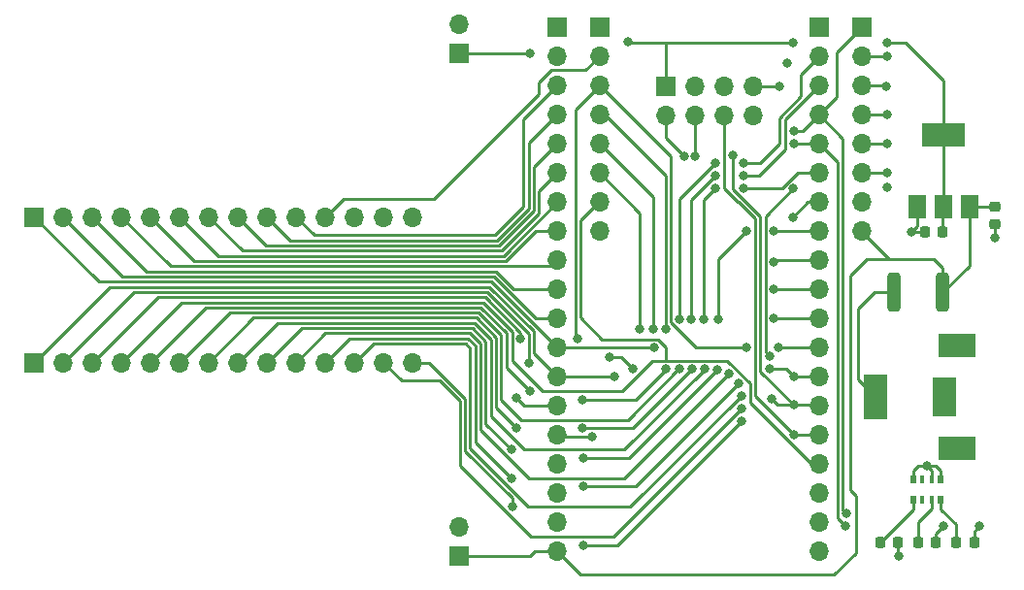
<source format=gbr>
%TF.GenerationSoftware,KiCad,Pcbnew,7.0.9-7.0.9~ubuntu22.04.1*%
%TF.CreationDate,2024-01-04T20:48:59-06:00*%
%TF.ProjectId,ESP Breadboard Expander,45535020-4272-4656-9164-626f61726420,v2.0*%
%TF.SameCoordinates,Original*%
%TF.FileFunction,Copper,L1,Top*%
%TF.FilePolarity,Positive*%
%FSLAX46Y46*%
G04 Gerber Fmt 4.6, Leading zero omitted, Abs format (unit mm)*
G04 Created by KiCad (PCBNEW 7.0.9-7.0.9~ubuntu22.04.1) date 2024-01-04 20:48:59*
%MOMM*%
%LPD*%
G01*
G04 APERTURE LIST*
G04 Aperture macros list*
%AMRoundRect*
0 Rectangle with rounded corners*
0 $1 Rounding radius*
0 $2 $3 $4 $5 $6 $7 $8 $9 X,Y pos of 4 corners*
0 Add a 4 corners polygon primitive as box body*
4,1,4,$2,$3,$4,$5,$6,$7,$8,$9,$2,$3,0*
0 Add four circle primitives for the rounded corners*
1,1,$1+$1,$2,$3*
1,1,$1+$1,$4,$5*
1,1,$1+$1,$6,$7*
1,1,$1+$1,$8,$9*
0 Add four rect primitives between the rounded corners*
20,1,$1+$1,$2,$3,$4,$5,0*
20,1,$1+$1,$4,$5,$6,$7,0*
20,1,$1+$1,$6,$7,$8,$9,0*
20,1,$1+$1,$8,$9,$2,$3,0*%
G04 Aperture macros list end*
%TA.AperFunction,SMDPad,CuDef*%
%ADD10RoundRect,0.218750X0.218750X0.256250X-0.218750X0.256250X-0.218750X-0.256250X0.218750X-0.256250X0*%
%TD*%
%TA.AperFunction,ComponentPad*%
%ADD11R,1.700000X1.700000*%
%TD*%
%TA.AperFunction,ComponentPad*%
%ADD12O,1.700000X1.700000*%
%TD*%
%TA.AperFunction,SMDPad,CuDef*%
%ADD13RoundRect,0.225000X-0.250000X0.225000X-0.250000X-0.225000X0.250000X-0.225000X0.250000X0.225000X0*%
%TD*%
%TA.AperFunction,ComponentPad*%
%ADD14R,3.300000X2.000000*%
%TD*%
%TA.AperFunction,ComponentPad*%
%ADD15R,2.000000X4.000000*%
%TD*%
%TA.AperFunction,ComponentPad*%
%ADD16R,2.000000X3.400000*%
%TD*%
%TA.AperFunction,SMDPad,CuDef*%
%ADD17RoundRect,0.250000X-0.312500X-1.450000X0.312500X-1.450000X0.312500X1.450000X-0.312500X1.450000X0*%
%TD*%
%TA.AperFunction,SMDPad,CuDef*%
%ADD18R,0.500000X0.800000*%
%TD*%
%TA.AperFunction,SMDPad,CuDef*%
%ADD19R,0.400000X0.800000*%
%TD*%
%TA.AperFunction,SMDPad,CuDef*%
%ADD20R,1.500000X2.000000*%
%TD*%
%TA.AperFunction,SMDPad,CuDef*%
%ADD21R,3.800000X2.000000*%
%TD*%
%TA.AperFunction,SMDPad,CuDef*%
%ADD22RoundRect,0.225000X0.225000X0.250000X-0.225000X0.250000X-0.225000X-0.250000X0.225000X-0.250000X0*%
%TD*%
%TA.AperFunction,ViaPad*%
%ADD23C,0.800000*%
%TD*%
%TA.AperFunction,Conductor*%
%ADD24C,0.250000*%
%TD*%
G04 APERTURE END LIST*
D10*
%TO.P,D2,1,K*%
%TO.N,/RX*%
X120975000Y-90600000D03*
%TO.P,D2,2,A*%
%TO.N,Net-(D2-A)*%
X119400000Y-90600000D03*
%TD*%
D11*
%TO.P,J7,1,Pin_1*%
%TO.N,/IO14*%
X42310000Y-62220000D03*
D12*
%TO.P,J7,2,Pin_2*%
%TO.N,/IO27*%
X44850000Y-62220000D03*
%TO.P,J7,3,Pin_3*%
%TO.N,/IO26*%
X47390000Y-62220000D03*
%TO.P,J7,4,Pin_4*%
%TO.N,/IO25*%
X49930000Y-62220000D03*
%TO.P,J7,5,Pin_5*%
%TO.N,/IO33*%
X52470000Y-62220000D03*
%TO.P,J7,6,Pin_6*%
%TO.N,/IO32*%
X55010000Y-62220000D03*
%TO.P,J7,7,Pin_7*%
%TO.N,/IO35*%
X57550000Y-62220000D03*
%TO.P,J7,8,Pin_8*%
%TO.N,/IO34*%
X60090000Y-62220000D03*
%TO.P,J7,9,Pin_9*%
%TO.N,/IO39*%
X62630000Y-62220000D03*
%TO.P,J7,10,Pin_10*%
%TO.N,/IO36*%
X65170000Y-62220000D03*
%TO.P,J7,11,Pin_11*%
%TO.N,/ADC0*%
X67710000Y-62220000D03*
%TO.P,J7,12,Pin_12*%
%TO.N,unconnected-(J7-Pin_12-Pad12)*%
X70250000Y-62220000D03*
%TO.P,J7,13,Pin_13*%
%TO.N,unconnected-(J7-Pin_13-Pad13)*%
X72790000Y-62220000D03*
%TO.P,J7,14,Pin_14*%
%TO.N,unconnected-(J7-Pin_14-Pad14)*%
X75330000Y-62220000D03*
%TD*%
D13*
%TO.P,C1,1*%
%TO.N,+5V*%
X126100000Y-61300000D03*
%TO.P,C1,2*%
%TO.N,GND*%
X126100000Y-62850000D03*
%TD*%
D14*
%TO.P,J10,*%
%TO.N,*%
X122772500Y-82400000D03*
X122772500Y-73400000D03*
D15*
%TO.P,J10,1,1*%
%TO.N,Net-(F1-Pad1)*%
X115722500Y-77900000D03*
D16*
%TO.P,J10,2,2*%
%TO.N,GND*%
X121722500Y-77900000D03*
%TD*%
D10*
%TO.P,D1,1,K*%
%TO.N,GND*%
X117687500Y-90600000D03*
%TO.P,D1,2,A*%
%TO.N,Net-(D1-A)*%
X116112500Y-90600000D03*
%TD*%
%TO.P,D3,1,K*%
%TO.N,/TX*%
X124300000Y-90600000D03*
%TO.P,D3,2,A*%
%TO.N,Net-(D3-A)*%
X122725000Y-90600000D03*
%TD*%
D11*
%TO.P,J3,1,Pin_1*%
%TO.N,/TX*%
X114475000Y-45650000D03*
D12*
%TO.P,J3,2,Pin_2*%
%TO.N,/RX*%
X114475000Y-48190000D03*
%TO.P,J3,3,Pin_3*%
%TO.N,/IO5*%
X114475000Y-50730000D03*
%TO.P,J3,4,Pin_4*%
%TO.N,/IO4*%
X114475000Y-53270000D03*
%TO.P,J3,5,Pin_5*%
%TO.N,/IO0*%
X114475000Y-55810000D03*
%TO.P,J3,6,Pin_6*%
%TO.N,/IO2*%
X114475000Y-58350000D03*
%TO.P,J3,7,Pin_7*%
%TO.N,GND*%
X114475000Y-60890000D03*
%TO.P,J3,8,Pin_8*%
%TO.N,+5V*%
X114475000Y-63430000D03*
%TD*%
D11*
%TO.P,J8,1,Pin_1*%
%TO.N,+5V*%
X79370000Y-91760000D03*
D12*
%TO.P,J8,2,Pin_2*%
%TO.N,GND*%
X79370000Y-89220000D03*
%TD*%
D11*
%TO.P,J1,1,Pin_1*%
%TO.N,+3.3V*%
X97425000Y-50770000D03*
D12*
%TO.P,J1,2,Pin_2*%
%TO.N,/RX*%
X97425000Y-53310000D03*
%TO.P,J1,3,Pin_3*%
%TO.N,unconnected-(J1-Pin_3-Pad3)*%
X99965000Y-50770000D03*
%TO.P,J1,4,Pin_4*%
%TO.N,/IO0*%
X99965000Y-53310000D03*
%TO.P,J1,5,Pin_5*%
%TO.N,unconnected-(J1-Pin_5-Pad5)*%
X102505000Y-50770000D03*
%TO.P,J1,6,Pin_6*%
%TO.N,/IO2*%
X102505000Y-53310000D03*
%TO.P,J1,7,Pin_7*%
%TO.N,/TX*%
X105045000Y-50770000D03*
%TO.P,J1,8,Pin_8*%
%TO.N,GND*%
X105045000Y-53310000D03*
%TD*%
D11*
%TO.P,J4,1,Pin_1*%
%TO.N,unconnected-(J4-Pin_1-Pad1)*%
X87935000Y-45650000D03*
D12*
%TO.P,J4,2,Pin_2*%
%TO.N,unconnected-(J4-Pin_2-Pad2)*%
X87935000Y-48190000D03*
%TO.P,J4,3,Pin_3*%
%TO.N,/IO36*%
X87935000Y-50730000D03*
%TO.P,J4,4,Pin_4*%
%TO.N,/IO39*%
X87935000Y-53270000D03*
%TO.P,J4,5,Pin_5*%
%TO.N,/IO34*%
X87935000Y-55810000D03*
%TO.P,J4,6,Pin_6*%
%TO.N,/IO35*%
X87935000Y-58350000D03*
%TO.P,J4,7,Pin_7*%
%TO.N,/IO32*%
X87935000Y-60890000D03*
%TO.P,J4,8,Pin_8*%
%TO.N,/IO33*%
X87935000Y-63430000D03*
%TO.P,J4,9,Pin_9*%
%TO.N,/IO25*%
X87935000Y-65970000D03*
%TO.P,J4,10,Pin_10*%
%TO.N,/IO26*%
X87935000Y-68510000D03*
%TO.P,J4,11,Pin_11*%
%TO.N,/IO27*%
X87935000Y-71050000D03*
%TO.P,J4,12,Pin_12*%
%TO.N,/IO14*%
X87935000Y-73590000D03*
%TO.P,J4,13,Pin_13*%
%TO.N,/IO12*%
X87935000Y-76130000D03*
%TO.P,J4,14,Pin_14*%
%TO.N,GND*%
X87935000Y-78670000D03*
%TO.P,J4,15,Pin_15*%
%TO.N,/IO13*%
X87935000Y-81210000D03*
%TO.P,J4,16,Pin_16*%
%TO.N,unconnected-(J4-Pin_16-Pad16)*%
X87935000Y-83750000D03*
%TO.P,J4,17,Pin_17*%
%TO.N,unconnected-(J4-Pin_17-Pad17)*%
X87935000Y-86290000D03*
%TO.P,J4,18,Pin_18*%
%TO.N,unconnected-(J4-Pin_18-Pad18)*%
X87935000Y-88830000D03*
%TO.P,J4,19,Pin_19*%
%TO.N,+5V*%
X87935000Y-91370000D03*
%TD*%
D17*
%TO.P,F1,1*%
%TO.N,Net-(F1-Pad1)*%
X117300000Y-68800000D03*
%TO.P,F1,2*%
%TO.N,+5V*%
X121575000Y-68800000D03*
%TD*%
D11*
%TO.P,J5,1,Pin_1*%
%TO.N,GND*%
X110775000Y-45650000D03*
D12*
%TO.P,J5,2,Pin_2*%
%TO.N,/IO23*%
X110775000Y-48190000D03*
%TO.P,J5,3,Pin_3*%
%TO.N,/IO22*%
X110775000Y-50730000D03*
%TO.P,J5,4,Pin_4*%
%TO.N,/TX*%
X110775000Y-53270000D03*
%TO.P,J5,5,Pin_5*%
%TO.N,/RX*%
X110775000Y-55810000D03*
%TO.P,J5,6,Pin_6*%
%TO.N,/IO21*%
X110775000Y-58350000D03*
%TO.P,J5,7,Pin_7*%
%TO.N,GND*%
X110775000Y-60890000D03*
%TO.P,J5,8,Pin_8*%
%TO.N,/IO19*%
X110775000Y-63430000D03*
%TO.P,J5,9,Pin_9*%
%TO.N,/IO18*%
X110775000Y-65970000D03*
%TO.P,J5,10,Pin_10*%
%TO.N,/IO5*%
X110775000Y-68510000D03*
%TO.P,J5,11,Pin_11*%
%TO.N,/IO17*%
X110775000Y-71050000D03*
%TO.P,J5,12,Pin_12*%
%TO.N,/IO16*%
X110775000Y-73590000D03*
%TO.P,J5,13,Pin_13*%
%TO.N,/IO4*%
X110775000Y-76130000D03*
%TO.P,J5,14,Pin_14*%
%TO.N,/IO0*%
X110775000Y-78670000D03*
%TO.P,J5,15,Pin_15*%
%TO.N,/IO2*%
X110775000Y-81210000D03*
%TO.P,J5,16,Pin_16*%
%TO.N,/IO15*%
X110775000Y-83750000D03*
%TO.P,J5,17,Pin_17*%
%TO.N,unconnected-(J5-Pin_17-Pad17)*%
X110775000Y-86290000D03*
%TO.P,J5,18,Pin_18*%
%TO.N,unconnected-(J5-Pin_18-Pad18)*%
X110775000Y-88830000D03*
%TO.P,J5,19,Pin_19*%
%TO.N,unconnected-(J5-Pin_19-Pad19)*%
X110775000Y-91370000D03*
%TD*%
D18*
%TO.P,RN1,1,R1.1*%
%TO.N,Net-(D1-A)*%
X119000000Y-86900000D03*
D19*
%TO.P,RN1,2,R2.1*%
%TO.N,unconnected-(RN1-R2.1-Pad2)*%
X119800000Y-86900000D03*
%TO.P,RN1,3,R3.1*%
%TO.N,Net-(D2-A)*%
X120600000Y-86900000D03*
D18*
%TO.P,RN1,4,R4.1*%
%TO.N,Net-(D3-A)*%
X121400000Y-86900000D03*
%TO.P,RN1,5,R4.2*%
%TO.N,+3.3V*%
X121400000Y-85100000D03*
D19*
%TO.P,RN1,6,R3.2*%
X120600000Y-85100000D03*
%TO.P,RN1,7,R2.2*%
%TO.N,unconnected-(RN1-R2.2-Pad7)*%
X119800000Y-85100000D03*
D18*
%TO.P,RN1,8,R1.2*%
%TO.N,+3.3V*%
X119000000Y-85100000D03*
%TD*%
D11*
%TO.P,J2,1,Pin_1*%
%TO.N,unconnected-(J2-Pin_1-Pad1)*%
X91635000Y-45650000D03*
D12*
%TO.P,J2,2,Pin_2*%
%TO.N,/ADC0*%
X91635000Y-48190000D03*
%TO.P,J2,3,Pin_3*%
%TO.N,/IO16*%
X91635000Y-50730000D03*
%TO.P,J2,4,Pin_4*%
%TO.N,/IO14*%
X91635000Y-53270000D03*
%TO.P,J2,5,Pin_5*%
%TO.N,/IO12*%
X91635000Y-55810000D03*
%TO.P,J2,6,Pin_6*%
%TO.N,/IO13*%
X91635000Y-58350000D03*
%TO.P,J2,7,Pin_7*%
%TO.N,/IO15*%
X91635000Y-60890000D03*
%TO.P,J2,8,Pin_8*%
%TO.N,unconnected-(J2-Pin_8-Pad8)*%
X91635000Y-63430000D03*
%TD*%
D11*
%TO.P,J6,1,Pin_1*%
%TO.N,/IO12*%
X42310000Y-74900000D03*
D12*
%TO.P,J6,2,Pin_2*%
%TO.N,/IO13*%
X44850000Y-74900000D03*
%TO.P,J6,3,Pin_3*%
%TO.N,/IO16*%
X47390000Y-74900000D03*
%TO.P,J6,4,Pin_4*%
%TO.N,/IO15*%
X49930000Y-74900000D03*
%TO.P,J6,5,Pin_5*%
%TO.N,/IO23*%
X52470000Y-74900000D03*
%TO.P,J6,6,Pin_6*%
%TO.N,/IO22*%
X55010000Y-74900000D03*
%TO.P,J6,7,Pin_7*%
%TO.N,/IO21*%
X57550000Y-74900000D03*
%TO.P,J6,8,Pin_8*%
%TO.N,/IO19*%
X60090000Y-74900000D03*
%TO.P,J6,9,Pin_9*%
%TO.N,/IO18*%
X62630000Y-74900000D03*
%TO.P,J6,10,Pin_10*%
%TO.N,/IO5*%
X65170000Y-74900000D03*
%TO.P,J6,11,Pin_11*%
%TO.N,/IO17*%
X67710000Y-74900000D03*
%TO.P,J6,12,Pin_12*%
%TO.N,/IO4*%
X70250000Y-74900000D03*
%TO.P,J6,13,Pin_13*%
%TO.N,/IO2*%
X72790000Y-74900000D03*
%TO.P,J6,14,Pin_14*%
%TO.N,/IO0*%
X75330000Y-74900000D03*
%TD*%
D20*
%TO.P,U1,1,GND*%
%TO.N,GND*%
X119300000Y-61350000D03*
%TO.P,U1,2,VO*%
%TO.N,+3.3V*%
X121600000Y-61350000D03*
D21*
X121600000Y-55050000D03*
D20*
%TO.P,U1,3,VI*%
%TO.N,+5V*%
X123900000Y-61350000D03*
%TD*%
D22*
%TO.P,C2,1*%
%TO.N,+3.3V*%
X121550000Y-63500000D03*
%TO.P,C2,2*%
%TO.N,GND*%
X120000000Y-63500000D03*
%TD*%
D11*
%TO.P,J9,1,Pin_1*%
%TO.N,+3.3V*%
X79370000Y-47900000D03*
D12*
%TO.P,J9,2,Pin_2*%
%TO.N,GND*%
X79370000Y-45360000D03*
%TD*%
D23*
%TO.N,GND*%
X108000000Y-48800000D03*
X108500000Y-62200000D03*
X126100000Y-64000000D03*
X116700000Y-59600000D03*
X84350000Y-77970000D03*
X117700000Y-91800000D03*
X118800000Y-63500000D03*
%TO.N,+3.3V*%
X94512299Y-75412299D03*
X85600000Y-47900000D03*
X94100000Y-46900000D03*
X116700000Y-47000000D03*
X120200000Y-83900000D03*
X92500000Y-74400000D03*
X108500000Y-47000000D03*
%TO.N,/TX*%
X107300000Y-50770000D03*
X124800000Y-89200000D03*
X108550000Y-54700000D03*
X113124500Y-88100000D03*
%TO.N,/RX*%
X98987796Y-56900000D03*
X116700000Y-48200000D03*
X113100000Y-89200000D03*
X121600000Y-89200000D03*
X108550000Y-55800000D03*
%TO.N,/IO0*%
X99987299Y-56900000D03*
X90200000Y-90824500D03*
X108550000Y-78600000D03*
X104000000Y-80000000D03*
X83999647Y-87450353D03*
X116750000Y-55800000D03*
X103229000Y-56800000D03*
X106625500Y-78100000D03*
%TO.N,/IO2*%
X108537299Y-59737299D03*
X104000000Y-78900000D03*
X106498280Y-74324500D03*
X116700000Y-58375353D03*
X108550000Y-81200000D03*
%TO.N,/IO16*%
X89750000Y-72800000D03*
X107199503Y-73589503D03*
X84725500Y-72798695D03*
X104475500Y-73600000D03*
%TO.N,/IO14*%
X97400000Y-72000000D03*
X96400000Y-73590000D03*
%TO.N,/IO12*%
X92912299Y-76112299D03*
X96300000Y-72000000D03*
%TO.N,/IO13*%
X95150000Y-72000000D03*
X85450000Y-74900000D03*
X90976289Y-81349500D03*
%TO.N,/IO5*%
X102912701Y-75887299D03*
X106824500Y-68500000D03*
X116650000Y-50800000D03*
%TO.N,/IO4*%
X116750000Y-53300000D03*
X104000000Y-77800000D03*
X108550000Y-76100000D03*
X106450938Y-75476339D03*
%TO.N,/IO23*%
X98574952Y-71125048D03*
X97400000Y-75455305D03*
X101700000Y-57524500D03*
X104200000Y-57500000D03*
X90150000Y-78124500D03*
X85550000Y-77400000D03*
%TO.N,/IO22*%
X99600000Y-71100000D03*
X98600000Y-75455305D03*
X104200000Y-58600000D03*
X101700000Y-58600000D03*
%TO.N,/IO21*%
X99700000Y-75455305D03*
X100700000Y-71100000D03*
X84350000Y-80600000D03*
X90150000Y-80624500D03*
X104200000Y-59700000D03*
X101700000Y-59700000D03*
%TO.N,/IO19*%
X100800000Y-75455305D03*
X104475500Y-63400000D03*
X102000000Y-71100000D03*
X106824500Y-63400000D03*
%TO.N,/IO18*%
X106824500Y-66100000D03*
X83971558Y-82478442D03*
X101900000Y-75500000D03*
X90200000Y-83224500D03*
%TO.N,/IO17*%
X83950000Y-85000000D03*
X106824500Y-71050000D03*
X103762701Y-76737299D03*
X90200000Y-85724500D03*
%TD*%
D24*
%TO.N,+5V*%
X112100000Y-93400000D02*
X114000000Y-91500000D01*
X114000000Y-91500000D02*
X114000000Y-86500000D01*
X126050000Y-61350000D02*
X126100000Y-61300000D01*
X121575000Y-68800000D02*
X123900000Y-66475000D01*
X114000000Y-86500000D02*
X113500000Y-86000000D01*
X113500000Y-86000000D02*
X113500000Y-67300000D01*
X116900000Y-65900000D02*
X120800000Y-65900000D01*
X87935000Y-91370000D02*
X85990000Y-91370000D01*
X87935000Y-91370000D02*
X89965000Y-93400000D01*
X120800000Y-65900000D02*
X121575000Y-66675000D01*
X85990000Y-91370000D02*
X85540000Y-91820000D01*
X114900000Y-65900000D02*
X116900000Y-65900000D01*
X89965000Y-93400000D02*
X112100000Y-93400000D01*
X123900000Y-61350000D02*
X126050000Y-61350000D01*
X85540000Y-91820000D02*
X79430000Y-91820000D01*
X121575000Y-66675000D02*
X121575000Y-68800000D01*
X113500000Y-67300000D02*
X114900000Y-65900000D01*
X114475000Y-63475000D02*
X116900000Y-65900000D01*
X123900000Y-66475000D02*
X123900000Y-64900000D01*
X79430000Y-91820000D02*
X79370000Y-91760000D01*
X123900000Y-64900000D02*
X123900000Y-61350000D01*
X114475000Y-63430000D02*
X114475000Y-63475000D01*
%TO.N,GND*%
X126100000Y-62850000D02*
X126100000Y-64000000D01*
X84350000Y-77970000D02*
X85050000Y-78670000D01*
X119300000Y-63000000D02*
X118800000Y-63500000D01*
X108500000Y-62200000D02*
X109810000Y-60890000D01*
X118800000Y-63500000D02*
X120000000Y-63500000D01*
X117687500Y-91787500D02*
X117700000Y-91800000D01*
X85050000Y-78670000D02*
X87935000Y-78670000D01*
X117687500Y-90600000D02*
X117687500Y-91787500D01*
X109810000Y-60890000D02*
X110775000Y-60890000D01*
X119300000Y-61350000D02*
X119300000Y-63000000D01*
%TO.N,+3.3V*%
X119400000Y-83900000D02*
X119000000Y-84300000D01*
X97425000Y-49090000D02*
X97425000Y-47000000D01*
X121600000Y-55050000D02*
X121600000Y-50300000D01*
X93500000Y-74400000D02*
X94512299Y-75412299D01*
X118300000Y-47000000D02*
X116700000Y-47000000D01*
X92500000Y-74400000D02*
X93500000Y-74400000D01*
X121600000Y-50300000D02*
X118300000Y-47000000D01*
X121600000Y-61350000D02*
X121600000Y-55050000D01*
X120950000Y-83900000D02*
X121400000Y-84350000D01*
X120200000Y-83900000D02*
X119400000Y-83900000D01*
X119000000Y-84300000D02*
X119000000Y-85100000D01*
X108500000Y-47000000D02*
X97425000Y-47000000D01*
X94200000Y-47000000D02*
X97425000Y-47000000D01*
X121550000Y-61400000D02*
X121600000Y-61350000D01*
X120200000Y-83900000D02*
X120600000Y-84300000D01*
X85600000Y-47900000D02*
X79370000Y-47900000D01*
X97425000Y-47600000D02*
X97425000Y-49090000D01*
X121550000Y-63500000D02*
X121550000Y-61400000D01*
X94100000Y-46900000D02*
X94200000Y-47000000D01*
X120600000Y-84300000D02*
X120600000Y-85100000D01*
X97425000Y-47600000D02*
X97425000Y-47575000D01*
X97425000Y-49090000D02*
X97425000Y-50770000D01*
X120200000Y-83900000D02*
X120950000Y-83900000D01*
X121400000Y-84350000D02*
X121400000Y-85100000D01*
%TO.N,Net-(D1-A)*%
X119000000Y-86900000D02*
X119000000Y-87712500D01*
X119000000Y-87712500D02*
X116112500Y-90600000D01*
%TO.N,Net-(D2-A)*%
X120600000Y-87650000D02*
X119400000Y-88850000D01*
X120600000Y-86900000D02*
X120600000Y-87650000D01*
X119400000Y-88850000D02*
X119400000Y-90600000D01*
%TO.N,/TX*%
X124300000Y-89700000D02*
X124800000Y-89200000D01*
X109345000Y-54700000D02*
X110775000Y-53270000D01*
X114475000Y-45650000D02*
X112300000Y-47825000D01*
X113124500Y-88100000D02*
X112850000Y-87825500D01*
X112300000Y-51745000D02*
X110775000Y-53270000D01*
X124300000Y-90600000D02*
X124300000Y-89700000D01*
X107300000Y-50770000D02*
X105045000Y-50770000D01*
X108550000Y-54700000D02*
X109345000Y-54700000D01*
X112300000Y-47825000D02*
X112300000Y-51745000D01*
X112850000Y-87825500D02*
X112850000Y-55345000D01*
X112850000Y-55345000D02*
X110775000Y-53270000D01*
%TO.N,Net-(D3-A)*%
X121400000Y-87700000D02*
X122725000Y-89025000D01*
X121400000Y-86900000D02*
X121400000Y-87700000D01*
X122725000Y-89025000D02*
X122725000Y-90600000D01*
%TO.N,/RX*%
X98987796Y-56900000D02*
X97425000Y-55337204D01*
X120975000Y-89825000D02*
X121600000Y-89200000D01*
X120975000Y-90600000D02*
X120975000Y-89825000D01*
X116690000Y-48190000D02*
X116700000Y-48200000D01*
X108550000Y-55800000D02*
X108560000Y-55810000D01*
X108560000Y-55810000D02*
X110775000Y-55810000D01*
X112400000Y-88500000D02*
X112400000Y-57435000D01*
X97425000Y-55337204D02*
X97425000Y-53310000D01*
X114475000Y-48190000D02*
X116690000Y-48190000D01*
X113100000Y-89200000D02*
X112400000Y-88500000D01*
X112400000Y-57435000D02*
X110775000Y-55810000D01*
%TO.N,Net-(F1-Pad1)*%
X117300000Y-68800000D02*
X115600000Y-68800000D01*
X114200000Y-70200000D02*
X114200000Y-76377500D01*
X114200000Y-76377500D02*
X115722500Y-77900000D01*
X115722500Y-76700000D02*
X115700000Y-76700000D01*
X115600000Y-68800000D02*
X114200000Y-70200000D01*
%TO.N,/IO0*%
X99987299Y-56900000D02*
X99965000Y-56877701D01*
X110805000Y-78700000D02*
X110775000Y-78670000D01*
X106625500Y-78100000D02*
X107125500Y-78600000D01*
X79900000Y-82611701D02*
X79900000Y-78050000D01*
X105650000Y-75700000D02*
X108550000Y-78600000D01*
X103229000Y-59754305D02*
X103899695Y-60425000D01*
X99965000Y-56877701D02*
X99965000Y-53310000D01*
X110705000Y-78600000D02*
X110775000Y-78670000D01*
X93175500Y-90824500D02*
X90200000Y-90824500D01*
X116740000Y-55810000D02*
X116750000Y-55800000D01*
X76750000Y-74900000D02*
X75330000Y-74900000D01*
X104000000Y-80000000D02*
X93175500Y-90824500D01*
X83999647Y-87450353D02*
X83999647Y-86711348D01*
X83999647Y-86711348D02*
X79900000Y-82611701D01*
X107125500Y-78600000D02*
X108550000Y-78600000D01*
X103229000Y-56800000D02*
X103229000Y-59754305D01*
X79900000Y-78050000D02*
X76750000Y-74900000D01*
X103899695Y-60425000D02*
X103925000Y-60425000D01*
X114475000Y-55810000D02*
X116740000Y-55810000D01*
X105650000Y-62150000D02*
X105650000Y-75700000D01*
X108550000Y-78600000D02*
X110705000Y-78600000D01*
X103925000Y-60425000D02*
X105650000Y-62150000D01*
%TO.N,/IO2*%
X102504500Y-59666201D02*
X103713299Y-60875000D01*
X79450000Y-78236396D02*
X77713604Y-76500000D01*
X102505000Y-53310000D02*
X102504500Y-53310500D01*
X106100000Y-73926220D02*
X106498280Y-74324500D01*
X102504500Y-53310500D02*
X102504500Y-59666201D01*
X106100000Y-62174598D02*
X106100000Y-73926220D01*
X104000000Y-78900000D02*
X92800000Y-90100000D01*
X108550000Y-81200000D02*
X110765000Y-81200000D01*
X79450000Y-83925305D02*
X79450000Y-78236396D01*
X108537299Y-59737299D02*
X106100000Y-62174598D01*
X110765000Y-81200000D02*
X110775000Y-81210000D01*
X103713299Y-60875000D02*
X103738604Y-60875000D01*
X105200000Y-77849902D02*
X108550000Y-81199902D01*
X77713604Y-76500000D02*
X74390000Y-76500000D01*
X114475000Y-58350000D02*
X116674647Y-58350000D01*
X108550000Y-81199902D02*
X108550000Y-81200000D01*
X103738604Y-60875000D02*
X105200000Y-62336396D01*
X116674647Y-58350000D02*
X116700000Y-58375353D01*
X74390000Y-76500000D02*
X72790000Y-74900000D01*
X105200000Y-62336396D02*
X105200000Y-77849902D01*
X92800000Y-90100000D02*
X85624695Y-90100000D01*
X85624695Y-90100000D02*
X79450000Y-83925305D01*
%TO.N,/ADC0*%
X86300000Y-51500000D02*
X77200000Y-60600000D01*
X77200000Y-60600000D02*
X69330000Y-60600000D01*
X91635000Y-48190000D02*
X90425000Y-49400000D01*
X86300000Y-50500000D02*
X86300000Y-51500000D01*
X69330000Y-60600000D02*
X67710000Y-62220000D01*
X87400000Y-49400000D02*
X86300000Y-50500000D01*
X90425000Y-49400000D02*
X87400000Y-49400000D01*
%TO.N,/IO16*%
X107200000Y-73590000D02*
X110775000Y-73590000D01*
X84725500Y-72284688D02*
X81640812Y-69200000D01*
X81640812Y-69200000D02*
X53090000Y-69200000D01*
X89500000Y-52865000D02*
X89500000Y-72550000D01*
X104475500Y-73600000D02*
X100025305Y-73600000D01*
X91635000Y-50730000D02*
X89500000Y-52865000D01*
X97850000Y-71424695D02*
X97850000Y-56945000D01*
X107199503Y-73589503D02*
X107200000Y-73590000D01*
X53090000Y-69200000D02*
X47390000Y-74900000D01*
X97850000Y-56945000D02*
X91635000Y-50730000D01*
X89500000Y-72550000D02*
X89750000Y-72800000D01*
X84725500Y-72798695D02*
X84725500Y-72284688D01*
X100025305Y-73600000D02*
X97850000Y-71424695D01*
%TO.N,/IO14*%
X47940000Y-67850000D02*
X42310000Y-62220000D01*
X92070000Y-53270000D02*
X91635000Y-53270000D01*
X82200000Y-67850000D02*
X47940000Y-67850000D01*
X97400000Y-58600000D02*
X92070000Y-53270000D01*
X87935000Y-73585000D02*
X82200000Y-67850000D01*
X96400000Y-73590000D02*
X87935000Y-73590000D01*
X87935000Y-73590000D02*
X87935000Y-73585000D01*
X97400000Y-72000000D02*
X97400000Y-58600000D01*
%TO.N,/IO12*%
X87935000Y-76130000D02*
X85900000Y-74095000D01*
X85900000Y-72186396D02*
X82013604Y-68300000D01*
X92912299Y-76112299D02*
X92894598Y-76130000D01*
X92894598Y-76130000D02*
X87935000Y-76130000D01*
X82013604Y-68300000D02*
X48910000Y-68300000D01*
X96300000Y-72000000D02*
X96300000Y-60475000D01*
X85900000Y-74095000D02*
X85900000Y-72186396D01*
X96300000Y-60475000D02*
X91635000Y-55810000D01*
X48910000Y-68300000D02*
X42310000Y-74900000D01*
%TO.N,/IO13*%
X51000000Y-68750000D02*
X44850000Y-74900000D01*
X95154952Y-71995048D02*
X95154952Y-61869952D01*
X88074500Y-81349500D02*
X87935000Y-81210000D01*
X87935000Y-81210000D02*
X87935000Y-81184293D01*
X90976289Y-81349500D02*
X88074500Y-81349500D01*
X85450000Y-72372792D02*
X81827208Y-68750000D01*
X95154952Y-61869952D02*
X91635000Y-58350000D01*
X95150000Y-72000000D02*
X95154952Y-71995048D01*
X85450000Y-74900000D02*
X85450000Y-72372792D01*
X81827208Y-68750000D02*
X51000000Y-68750000D01*
%TO.N,/IO15*%
X90000000Y-71000000D02*
X91865000Y-72865000D01*
X55180000Y-69650000D02*
X49930000Y-74900000D01*
X91865000Y-72865000D02*
X96700305Y-72865000D01*
X96700305Y-72865000D02*
X97450000Y-73614695D01*
X102780805Y-74730805D02*
X104750000Y-76700000D01*
X90000000Y-62500000D02*
X90000000Y-71000000D01*
X104750000Y-78425304D02*
X110074696Y-83750000D01*
X91635000Y-60890000D02*
X91610000Y-60890000D01*
X97450000Y-74730805D02*
X102780805Y-74730805D01*
X97450000Y-73614695D02*
X97450000Y-74730805D01*
X81454416Y-69650000D02*
X55180000Y-69650000D01*
X104750000Y-76700000D02*
X104750000Y-78425304D01*
X110074696Y-83750000D02*
X110775000Y-83750000D01*
X84000500Y-74750500D02*
X84000500Y-72196084D01*
X91610000Y-60890000D02*
X90000000Y-62500000D01*
X96269195Y-74730805D02*
X93600000Y-77400000D01*
X86650000Y-77400000D02*
X84000500Y-74750500D01*
X84000500Y-72196084D02*
X81454416Y-69650000D01*
X97450000Y-74730805D02*
X96269195Y-74730805D01*
X93600000Y-77400000D02*
X86650000Y-77400000D01*
%TO.N,/IO5*%
X93800000Y-85000000D02*
X85467811Y-85000000D01*
X67720000Y-72350000D02*
X65170000Y-74900000D01*
X110765000Y-68500000D02*
X110775000Y-68510000D01*
X85467811Y-85000000D02*
X81250000Y-80782189D01*
X81250000Y-73263960D02*
X80336040Y-72350000D01*
X116580000Y-50730000D02*
X116650000Y-50800000D01*
X106824500Y-68500000D02*
X110765000Y-68500000D01*
X114475000Y-50730000D02*
X116580000Y-50730000D01*
X81250000Y-80782189D02*
X81250000Y-73263960D01*
X102912701Y-75887299D02*
X93800000Y-85000000D01*
X80336040Y-72350000D02*
X67720000Y-72350000D01*
%TO.N,/IO4*%
X71900000Y-73250000D02*
X70250000Y-74900000D01*
X106450938Y-75476339D02*
X107926339Y-75476339D01*
X85424695Y-87500000D02*
X80350000Y-82425305D01*
X80350000Y-82425305D02*
X80350000Y-73636752D01*
X79963248Y-73250000D02*
X71900000Y-73250000D01*
X108550000Y-76100000D02*
X110745000Y-76100000D01*
X107926339Y-75476339D02*
X108550000Y-76100000D01*
X94300000Y-87500000D02*
X85424695Y-87500000D01*
X80350000Y-73636752D02*
X79963248Y-73250000D01*
X104000000Y-77800000D02*
X94300000Y-87500000D01*
X114475000Y-53270000D02*
X116720000Y-53270000D01*
X110745000Y-76100000D02*
X110775000Y-76130000D01*
X116720000Y-53270000D02*
X116750000Y-53300000D01*
%TO.N,/IO36*%
X85000000Y-53665000D02*
X85000000Y-61304416D01*
X66750000Y-63800000D02*
X65170000Y-62220000D01*
X85000000Y-61304416D02*
X82504416Y-63800000D01*
X82504416Y-63800000D02*
X66750000Y-63800000D01*
X87935000Y-50730000D02*
X85000000Y-53665000D01*
%TO.N,/IO39*%
X64660000Y-64250000D02*
X62630000Y-62220000D01*
X82690812Y-64250000D02*
X64660000Y-64250000D01*
X87935000Y-53270000D02*
X85450000Y-55755000D01*
X85450000Y-55755000D02*
X85450000Y-61490812D01*
X85450000Y-61490812D02*
X82690812Y-64250000D01*
%TO.N,/IO34*%
X85900000Y-57845000D02*
X85900000Y-61677208D01*
X62570000Y-64700000D02*
X60090000Y-62220000D01*
X82877208Y-64700000D02*
X62570000Y-64700000D01*
X87935000Y-55810000D02*
X85900000Y-57845000D01*
X87925000Y-55800000D02*
X87935000Y-55810000D01*
X85900000Y-61677208D02*
X82877208Y-64700000D01*
%TO.N,/IO35*%
X86350000Y-61863604D02*
X83063604Y-65150000D01*
X60480000Y-65150000D02*
X57550000Y-62220000D01*
X86350000Y-59935000D02*
X86350000Y-61863604D01*
X87935000Y-58350000D02*
X86350000Y-59935000D01*
X83063604Y-65150000D02*
X60480000Y-65150000D01*
%TO.N,/IO32*%
X58390000Y-65600000D02*
X55010000Y-62220000D01*
X87935000Y-60890000D02*
X87935000Y-60915000D01*
X87935000Y-60915000D02*
X83250000Y-65600000D01*
X83250000Y-65600000D02*
X58390000Y-65600000D01*
%TO.N,/IO33*%
X86056396Y-63430000D02*
X83436396Y-66050000D01*
X56300000Y-66050000D02*
X52470000Y-62220000D01*
X87935000Y-63430000D02*
X86056396Y-63430000D01*
X83436396Y-66050000D02*
X56300000Y-66050000D01*
%TO.N,/IO25*%
X87405000Y-66500000D02*
X54210000Y-66500000D01*
X87935000Y-65970000D02*
X87405000Y-66500000D01*
X54210000Y-66500000D02*
X49930000Y-62220000D01*
%TO.N,/IO26*%
X87935000Y-68510000D02*
X84132792Y-68510000D01*
X52120000Y-66950000D02*
X47390000Y-62220000D01*
X82572792Y-66950000D02*
X52120000Y-66950000D01*
X84132792Y-68510000D02*
X82572792Y-66950000D01*
%TO.N,/IO27*%
X82386396Y-67400000D02*
X50030000Y-67400000D01*
X87935000Y-71050000D02*
X86036396Y-71050000D01*
X86036396Y-71050000D02*
X82386396Y-67400000D01*
X50030000Y-67400000D02*
X44850000Y-62220000D01*
%TO.N,/IO23*%
X98574952Y-60649548D02*
X98574952Y-71125048D01*
X83500000Y-75350000D02*
X83500000Y-72331980D01*
X81268020Y-70100000D02*
X57270000Y-70100000D01*
X57270000Y-70100000D02*
X52470000Y-74900000D01*
X101700000Y-57524500D02*
X98574952Y-60649548D01*
X109200000Y-49765000D02*
X110775000Y-48190000D01*
X97400000Y-75455305D02*
X97400000Y-75500000D01*
X94775500Y-78124500D02*
X90150000Y-78124500D01*
X107300000Y-53563604D02*
X109200000Y-51663604D01*
X85550000Y-77400000D02*
X83500000Y-75350000D01*
X105613604Y-57500000D02*
X107300000Y-55813604D01*
X104200000Y-57500000D02*
X105613604Y-57500000D01*
X109200000Y-51663604D02*
X109200000Y-49765000D01*
X97400000Y-75500000D02*
X94775500Y-78124500D01*
X107300000Y-55813604D02*
X107300000Y-53563604D01*
X83500000Y-72331980D02*
X81268020Y-70100000D01*
%TO.N,/IO22*%
X107800000Y-56350000D02*
X107800000Y-53700000D01*
X83050000Y-78176701D02*
X83050000Y-72518376D01*
X98544695Y-75455305D02*
X94100000Y-79900000D01*
X83050000Y-72518376D02*
X81081624Y-70550000D01*
X105550000Y-58600000D02*
X107800000Y-56350000D01*
X107800000Y-53700000D02*
X110770000Y-50730000D01*
X84773299Y-79900000D02*
X83050000Y-78176701D01*
X99600000Y-71100000D02*
X99600000Y-60700000D01*
X98600000Y-75455305D02*
X98544695Y-75455305D01*
X104200000Y-58600000D02*
X105550000Y-58600000D01*
X59360000Y-70550000D02*
X55010000Y-74900000D01*
X99600000Y-60700000D02*
X101700000Y-58600000D01*
X94100000Y-79900000D02*
X84773299Y-79900000D01*
X81081624Y-70550000D02*
X59360000Y-70550000D01*
X110770000Y-50730000D02*
X110775000Y-50730000D01*
%TO.N,/IO21*%
X99700000Y-75455305D02*
X99694695Y-75455305D01*
X99694695Y-75455305D02*
X94525500Y-80624500D01*
X100700000Y-60700000D02*
X100700000Y-71100000D01*
X82600000Y-78850000D02*
X82600000Y-72704772D01*
X104200000Y-59700000D02*
X107550000Y-59700000D01*
X61450000Y-71000000D02*
X57550000Y-74900000D01*
X84350000Y-80600000D02*
X82600000Y-78850000D01*
X80895228Y-71000000D02*
X61450000Y-71000000D01*
X82600000Y-72704772D02*
X80895228Y-71000000D01*
X101700000Y-59700000D02*
X100700000Y-60700000D01*
X108900000Y-58350000D02*
X110775000Y-58350000D01*
X94525500Y-80624500D02*
X90150000Y-80624500D01*
X107550000Y-59700000D02*
X108900000Y-58350000D01*
%TO.N,/IO19*%
X102000000Y-71100000D02*
X102000000Y-65875500D01*
X80708832Y-71450000D02*
X63540000Y-71450000D01*
X82150000Y-79632285D02*
X82150000Y-72891168D01*
X93800000Y-82500000D02*
X85017715Y-82500000D01*
X85017715Y-82500000D02*
X82150000Y-79632285D01*
X100800000Y-75500000D02*
X93800000Y-82500000D01*
X102000000Y-65875500D02*
X104475500Y-63400000D01*
X63540000Y-71450000D02*
X60090000Y-74900000D01*
X106854500Y-63430000D02*
X110775000Y-63430000D01*
X100800000Y-75455305D02*
X100800000Y-75500000D01*
X82150000Y-72891168D02*
X80708832Y-71450000D01*
X106824500Y-63400000D02*
X106854500Y-63430000D01*
%TO.N,/IO18*%
X106954500Y-65970000D02*
X110775000Y-65970000D01*
X65630000Y-71900000D02*
X62630000Y-74900000D01*
X101900000Y-75500000D02*
X94175500Y-83224500D01*
X83928442Y-82478442D02*
X81700000Y-80250000D01*
X80522436Y-71900000D02*
X65630000Y-71900000D01*
X106824500Y-66100000D02*
X106954500Y-65970000D01*
X81700000Y-80250000D02*
X81700000Y-73077564D01*
X83971558Y-82478442D02*
X83928442Y-82478442D01*
X94175500Y-83224500D02*
X90200000Y-83224500D01*
X81700000Y-73077564D02*
X80522436Y-71900000D01*
%TO.N,/IO17*%
X80149644Y-72800000D02*
X69810000Y-72800000D01*
X94775500Y-85724500D02*
X90200000Y-85724500D01*
X103762701Y-76737299D02*
X94775500Y-85724500D01*
X106824500Y-71050000D02*
X110775000Y-71050000D01*
X83950000Y-85000000D02*
X80800000Y-81850000D01*
X69810000Y-72800000D02*
X67710000Y-74900000D01*
X80800000Y-73450356D02*
X80149644Y-72800000D01*
X80800000Y-81850000D02*
X80800000Y-73450356D01*
%TD*%
M02*

</source>
